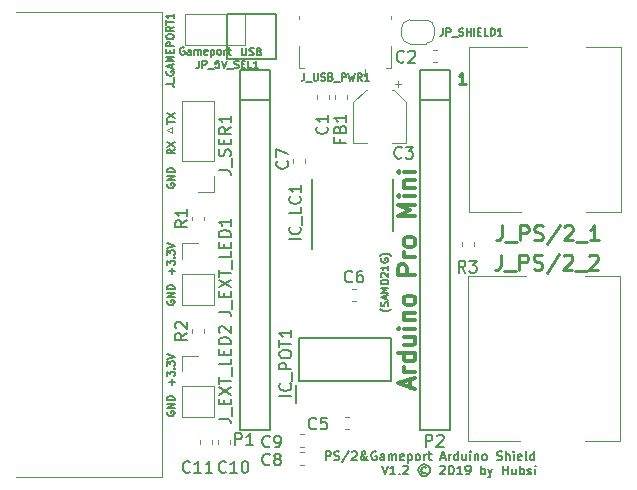
<source format=gbr>
G04 #@! TF.GenerationSoftware,KiCad,Pcbnew,5.1.4*
G04 #@! TF.CreationDate,2019-09-04T15:58:37+02:00*
G04 #@! TF.ProjectId,usb-to-ps2-gameport-hat-arduino-pro-mini,7573622d-746f-42d7-9073-322d67616d65,1.2*
G04 #@! TF.SameCoordinates,Original*
G04 #@! TF.FileFunction,Legend,Top*
G04 #@! TF.FilePolarity,Positive*
%FSLAX46Y46*%
G04 Gerber Fmt 4.6, Leading zero omitted, Abs format (unit mm)*
G04 Created by KiCad (PCBNEW 5.1.4) date 2019-09-04 15:58:37*
%MOMM*%
%LPD*%
G04 APERTURE LIST*
%ADD10C,0.150000*%
%ADD11C,0.157500*%
%ADD12C,0.350000*%
%ADD13C,0.250000*%
%ADD14C,0.120000*%
%ADD15C,0.100000*%
%ADD16C,0.200000*%
%ADD17C,0.254000*%
G04 APERTURE END LIST*
D10*
X150581500Y-77599500D02*
X150521500Y-77569500D01*
X150431500Y-77569500D01*
X150341500Y-77599500D01*
X150281500Y-77659500D01*
X150251500Y-77719500D01*
X150221500Y-77839500D01*
X150221500Y-77929500D01*
X150251500Y-78049500D01*
X150281500Y-78109500D01*
X150341500Y-78169500D01*
X150431500Y-78199500D01*
X150491500Y-78199500D01*
X150581500Y-78169500D01*
X150611500Y-78139500D01*
X150611500Y-77929500D01*
X150491500Y-77929500D01*
X151151500Y-78199500D02*
X151151500Y-77869500D01*
X151121500Y-77809500D01*
X151061500Y-77779500D01*
X150941500Y-77779500D01*
X150881500Y-77809500D01*
X151151500Y-78169500D02*
X151091500Y-78199500D01*
X150941500Y-78199500D01*
X150881500Y-78169500D01*
X150851500Y-78109500D01*
X150851500Y-78049500D01*
X150881500Y-77989500D01*
X150941500Y-77959500D01*
X151091500Y-77959500D01*
X151151500Y-77929500D01*
X151451500Y-78199500D02*
X151451500Y-77779500D01*
X151451500Y-77839500D02*
X151481500Y-77809500D01*
X151541500Y-77779500D01*
X151631500Y-77779500D01*
X151691500Y-77809500D01*
X151721500Y-77869500D01*
X151721500Y-78199500D01*
X151721500Y-77869500D02*
X151751500Y-77809500D01*
X151811500Y-77779500D01*
X151901500Y-77779500D01*
X151961500Y-77809500D01*
X151991500Y-77869500D01*
X151991500Y-78199500D01*
X152531500Y-78169500D02*
X152471500Y-78199500D01*
X152351500Y-78199500D01*
X152291500Y-78169500D01*
X152261500Y-78109500D01*
X152261500Y-77869500D01*
X152291500Y-77809500D01*
X152351500Y-77779500D01*
X152471500Y-77779500D01*
X152531500Y-77809500D01*
X152561500Y-77869500D01*
X152561500Y-77929500D01*
X152261500Y-77989500D01*
X152831500Y-77779500D02*
X152831500Y-78409500D01*
X152831500Y-77809500D02*
X152891500Y-77779500D01*
X153011500Y-77779500D01*
X153071500Y-77809500D01*
X153101500Y-77839500D01*
X153131500Y-77899500D01*
X153131500Y-78079500D01*
X153101500Y-78139500D01*
X153071500Y-78169500D01*
X153011500Y-78199500D01*
X152891500Y-78199500D01*
X152831500Y-78169500D01*
X153491500Y-78199500D02*
X153431500Y-78169500D01*
X153401500Y-78139500D01*
X153371500Y-78079500D01*
X153371500Y-77899500D01*
X153401500Y-77839500D01*
X153431500Y-77809500D01*
X153491500Y-77779500D01*
X153581500Y-77779500D01*
X153641500Y-77809500D01*
X153671500Y-77839500D01*
X153701500Y-77899500D01*
X153701500Y-78079500D01*
X153671500Y-78139500D01*
X153641500Y-78169500D01*
X153581500Y-78199500D01*
X153491500Y-78199500D01*
X153971500Y-78199500D02*
X153971500Y-77779500D01*
X153971500Y-77899500D02*
X154001500Y-77839500D01*
X154031500Y-77809500D01*
X154091500Y-77779500D01*
X154151500Y-77779500D01*
X154271500Y-77779500D02*
X154511500Y-77779500D01*
X154361500Y-77569500D02*
X154361500Y-78109500D01*
X154391500Y-78169500D01*
X154451500Y-78199500D01*
X154511500Y-78199500D01*
X154238000Y-74739500D02*
X158365500Y-74739500D01*
D11*
X168101500Y-99722500D02*
X168071500Y-99752500D01*
X167981500Y-99812500D01*
X167921500Y-99842500D01*
X167831500Y-99872500D01*
X167681500Y-99902500D01*
X167561500Y-99902500D01*
X167411500Y-99872500D01*
X167321500Y-99842500D01*
X167261500Y-99812500D01*
X167171500Y-99752500D01*
X167141500Y-99722500D01*
X167831500Y-99512500D02*
X167861500Y-99422500D01*
X167861500Y-99272500D01*
X167831500Y-99212500D01*
X167801500Y-99182500D01*
X167741500Y-99152500D01*
X167681500Y-99152500D01*
X167621500Y-99182500D01*
X167591500Y-99212500D01*
X167561500Y-99272500D01*
X167531500Y-99392500D01*
X167501500Y-99452500D01*
X167471500Y-99482500D01*
X167411500Y-99512500D01*
X167351500Y-99512500D01*
X167291500Y-99482500D01*
X167261500Y-99452500D01*
X167231500Y-99392500D01*
X167231500Y-99242500D01*
X167261500Y-99152500D01*
X167681500Y-98912500D02*
X167681500Y-98612500D01*
X167861500Y-98972500D02*
X167231500Y-98762500D01*
X167861500Y-98552500D01*
X167861500Y-98342500D02*
X167231500Y-98342500D01*
X167681500Y-98132500D01*
X167231500Y-97922500D01*
X167861500Y-97922500D01*
X167861500Y-97622500D02*
X167231500Y-97622500D01*
X167231500Y-97472500D01*
X167261500Y-97382500D01*
X167321500Y-97322500D01*
X167381500Y-97292500D01*
X167501500Y-97262500D01*
X167591500Y-97262500D01*
X167711500Y-97292500D01*
X167771500Y-97322500D01*
X167831500Y-97382500D01*
X167861500Y-97472500D01*
X167861500Y-97622500D01*
X167291500Y-97022500D02*
X167261500Y-96992500D01*
X167231500Y-96932500D01*
X167231500Y-96782500D01*
X167261500Y-96722500D01*
X167291500Y-96692500D01*
X167351500Y-96662500D01*
X167411500Y-96662500D01*
X167501500Y-96692500D01*
X167861500Y-97052500D01*
X167861500Y-96662500D01*
X167861500Y-96062500D02*
X167861500Y-96422500D01*
X167861500Y-96242500D02*
X167231500Y-96242500D01*
X167321500Y-96302500D01*
X167381500Y-96362500D01*
X167411500Y-96422500D01*
X167261500Y-95462500D02*
X167231500Y-95522500D01*
X167231500Y-95612500D01*
X167261500Y-95702500D01*
X167321500Y-95762500D01*
X167381500Y-95792500D01*
X167501500Y-95822500D01*
X167591500Y-95822500D01*
X167711500Y-95792500D01*
X167771500Y-95762500D01*
X167831500Y-95702500D01*
X167861500Y-95612500D01*
X167861500Y-95552500D01*
X167831500Y-95462500D01*
X167801500Y-95432500D01*
X167591500Y-95432500D01*
X167591500Y-95552500D01*
X168101500Y-95222500D02*
X168071500Y-95192500D01*
X167981500Y-95132500D01*
X167921500Y-95102500D01*
X167831500Y-95072500D01*
X167681500Y-95042500D01*
X167561500Y-95042500D01*
X167411500Y-95072500D01*
X167321500Y-95102500D01*
X167261500Y-95132500D01*
X167171500Y-95192500D01*
X167141500Y-95222500D01*
D12*
X169731500Y-106397071D02*
X169731500Y-105682785D01*
X170160071Y-106539928D02*
X168660071Y-106039928D01*
X170160071Y-105539928D01*
X170160071Y-105039928D02*
X169160071Y-105039928D01*
X169445785Y-105039928D02*
X169302928Y-104968500D01*
X169231500Y-104897071D01*
X169160071Y-104754214D01*
X169160071Y-104611357D01*
X170160071Y-103468500D02*
X168660071Y-103468500D01*
X170088642Y-103468500D02*
X170160071Y-103611357D01*
X170160071Y-103897071D01*
X170088642Y-104039928D01*
X170017214Y-104111357D01*
X169874357Y-104182785D01*
X169445785Y-104182785D01*
X169302928Y-104111357D01*
X169231500Y-104039928D01*
X169160071Y-103897071D01*
X169160071Y-103611357D01*
X169231500Y-103468500D01*
X169160071Y-102111357D02*
X170160071Y-102111357D01*
X169160071Y-102754214D02*
X169945785Y-102754214D01*
X170088642Y-102682785D01*
X170160071Y-102539928D01*
X170160071Y-102325642D01*
X170088642Y-102182785D01*
X170017214Y-102111357D01*
X170160071Y-101397071D02*
X169160071Y-101397071D01*
X168660071Y-101397071D02*
X168731500Y-101468500D01*
X168802928Y-101397071D01*
X168731500Y-101325642D01*
X168660071Y-101397071D01*
X168802928Y-101397071D01*
X169160071Y-100682785D02*
X170160071Y-100682785D01*
X169302928Y-100682785D02*
X169231500Y-100611357D01*
X169160071Y-100468500D01*
X169160071Y-100254214D01*
X169231500Y-100111357D01*
X169374357Y-100039928D01*
X170160071Y-100039928D01*
X170160071Y-99111357D02*
X170088642Y-99254214D01*
X170017214Y-99325642D01*
X169874357Y-99397071D01*
X169445785Y-99397071D01*
X169302928Y-99325642D01*
X169231500Y-99254214D01*
X169160071Y-99111357D01*
X169160071Y-98897071D01*
X169231500Y-98754214D01*
X169302928Y-98682785D01*
X169445785Y-98611357D01*
X169874357Y-98611357D01*
X170017214Y-98682785D01*
X170088642Y-98754214D01*
X170160071Y-98897071D01*
X170160071Y-99111357D01*
X170160071Y-96825642D02*
X168660071Y-96825642D01*
X168660071Y-96254214D01*
X168731500Y-96111357D01*
X168802928Y-96039928D01*
X168945785Y-95968500D01*
X169160071Y-95968500D01*
X169302928Y-96039928D01*
X169374357Y-96111357D01*
X169445785Y-96254214D01*
X169445785Y-96825642D01*
X170160071Y-95325642D02*
X169160071Y-95325642D01*
X169445785Y-95325642D02*
X169302928Y-95254214D01*
X169231500Y-95182785D01*
X169160071Y-95039928D01*
X169160071Y-94897071D01*
X170160071Y-94182785D02*
X170088642Y-94325642D01*
X170017214Y-94397071D01*
X169874357Y-94468500D01*
X169445785Y-94468500D01*
X169302928Y-94397071D01*
X169231500Y-94325642D01*
X169160071Y-94182785D01*
X169160071Y-93968500D01*
X169231500Y-93825642D01*
X169302928Y-93754214D01*
X169445785Y-93682785D01*
X169874357Y-93682785D01*
X170017214Y-93754214D01*
X170088642Y-93825642D01*
X170160071Y-93968500D01*
X170160071Y-94182785D01*
X170160071Y-91897071D02*
X168660071Y-91897071D01*
X169731500Y-91397071D01*
X168660071Y-90897071D01*
X170160071Y-90897071D01*
X170160071Y-90182785D02*
X169160071Y-90182785D01*
X168660071Y-90182785D02*
X168731500Y-90254214D01*
X168802928Y-90182785D01*
X168731500Y-90111357D01*
X168660071Y-90182785D01*
X168802928Y-90182785D01*
X169160071Y-89468500D02*
X170160071Y-89468500D01*
X169302928Y-89468500D02*
X169231500Y-89397071D01*
X169160071Y-89254214D01*
X169160071Y-89039928D01*
X169231500Y-88897071D01*
X169374357Y-88825642D01*
X170160071Y-88825642D01*
X170160071Y-88111357D02*
X169160071Y-88111357D01*
X168660071Y-88111357D02*
X168731500Y-88182785D01*
X168802928Y-88111357D01*
X168731500Y-88039928D01*
X168660071Y-88111357D01*
X168802928Y-88111357D01*
D10*
X167327285Y-113000285D02*
X167577285Y-113750285D01*
X167827285Y-113000285D01*
X168470142Y-113750285D02*
X168041571Y-113750285D01*
X168255857Y-113750285D02*
X168255857Y-113000285D01*
X168184428Y-113107428D01*
X168113000Y-113178857D01*
X168041571Y-113214571D01*
X168791571Y-113678857D02*
X168827285Y-113714571D01*
X168791571Y-113750285D01*
X168755857Y-113714571D01*
X168791571Y-113678857D01*
X168791571Y-113750285D01*
X169113000Y-113071714D02*
X169148714Y-113036000D01*
X169220142Y-113000285D01*
X169398714Y-113000285D01*
X169470142Y-113036000D01*
X169505857Y-113071714D01*
X169541571Y-113143142D01*
X169541571Y-113214571D01*
X169505857Y-113321714D01*
X169077285Y-113750285D01*
X169541571Y-113750285D01*
X171041571Y-113178857D02*
X170970142Y-113143142D01*
X170827285Y-113143142D01*
X170755857Y-113178857D01*
X170684428Y-113250285D01*
X170648714Y-113321714D01*
X170648714Y-113464571D01*
X170684428Y-113536000D01*
X170755857Y-113607428D01*
X170827285Y-113643142D01*
X170970142Y-113643142D01*
X171041571Y-113607428D01*
X170898714Y-112893142D02*
X170720142Y-112928857D01*
X170541571Y-113036000D01*
X170434428Y-113214571D01*
X170398714Y-113393142D01*
X170434428Y-113571714D01*
X170541571Y-113750285D01*
X170720142Y-113857428D01*
X170898714Y-113893142D01*
X171077285Y-113857428D01*
X171255857Y-113750285D01*
X171363000Y-113571714D01*
X171398714Y-113393142D01*
X171363000Y-113214571D01*
X171255857Y-113036000D01*
X171077285Y-112928857D01*
X170898714Y-112893142D01*
X172255857Y-113071714D02*
X172291571Y-113036000D01*
X172363000Y-113000285D01*
X172541571Y-113000285D01*
X172613000Y-113036000D01*
X172648714Y-113071714D01*
X172684428Y-113143142D01*
X172684428Y-113214571D01*
X172648714Y-113321714D01*
X172220142Y-113750285D01*
X172684428Y-113750285D01*
X173148714Y-113000285D02*
X173220142Y-113000285D01*
X173291571Y-113036000D01*
X173327285Y-113071714D01*
X173363000Y-113143142D01*
X173398714Y-113286000D01*
X173398714Y-113464571D01*
X173363000Y-113607428D01*
X173327285Y-113678857D01*
X173291571Y-113714571D01*
X173220142Y-113750285D01*
X173148714Y-113750285D01*
X173077285Y-113714571D01*
X173041571Y-113678857D01*
X173005857Y-113607428D01*
X172970142Y-113464571D01*
X172970142Y-113286000D01*
X173005857Y-113143142D01*
X173041571Y-113071714D01*
X173077285Y-113036000D01*
X173148714Y-113000285D01*
X174113000Y-113750285D02*
X173684428Y-113750285D01*
X173898714Y-113750285D02*
X173898714Y-113000285D01*
X173827285Y-113107428D01*
X173755857Y-113178857D01*
X173684428Y-113214571D01*
X174470142Y-113750285D02*
X174613000Y-113750285D01*
X174684428Y-113714571D01*
X174720142Y-113678857D01*
X174791571Y-113571714D01*
X174827285Y-113428857D01*
X174827285Y-113143142D01*
X174791571Y-113071714D01*
X174755857Y-113036000D01*
X174684428Y-113000285D01*
X174541571Y-113000285D01*
X174470142Y-113036000D01*
X174434428Y-113071714D01*
X174398714Y-113143142D01*
X174398714Y-113321714D01*
X174434428Y-113393142D01*
X174470142Y-113428857D01*
X174541571Y-113464571D01*
X174684428Y-113464571D01*
X174755857Y-113428857D01*
X174791571Y-113393142D01*
X174827285Y-113321714D01*
X175720142Y-113750285D02*
X175720142Y-113000285D01*
X175720142Y-113286000D02*
X175791571Y-113250285D01*
X175934428Y-113250285D01*
X176005857Y-113286000D01*
X176041571Y-113321714D01*
X176077285Y-113393142D01*
X176077285Y-113607428D01*
X176041571Y-113678857D01*
X176005857Y-113714571D01*
X175934428Y-113750285D01*
X175791571Y-113750285D01*
X175720142Y-113714571D01*
X176327285Y-113250285D02*
X176505857Y-113750285D01*
X176684428Y-113250285D02*
X176505857Y-113750285D01*
X176434428Y-113928857D01*
X176398714Y-113964571D01*
X176327285Y-114000285D01*
X177541571Y-113750285D02*
X177541571Y-113000285D01*
X177541571Y-113357428D02*
X177970142Y-113357428D01*
X177970142Y-113750285D02*
X177970142Y-113000285D01*
X178648714Y-113250285D02*
X178648714Y-113750285D01*
X178327285Y-113250285D02*
X178327285Y-113643142D01*
X178363000Y-113714571D01*
X178434428Y-113750285D01*
X178541571Y-113750285D01*
X178613000Y-113714571D01*
X178648714Y-113678857D01*
X179005857Y-113750285D02*
X179005857Y-113000285D01*
X179005857Y-113286000D02*
X179077285Y-113250285D01*
X179220142Y-113250285D01*
X179291571Y-113286000D01*
X179327285Y-113321714D01*
X179363000Y-113393142D01*
X179363000Y-113607428D01*
X179327285Y-113678857D01*
X179291571Y-113714571D01*
X179220142Y-113750285D01*
X179077285Y-113750285D01*
X179005857Y-113714571D01*
X179648714Y-113714571D02*
X179720142Y-113750285D01*
X179863000Y-113750285D01*
X179934428Y-113714571D01*
X179970142Y-113643142D01*
X179970142Y-113607428D01*
X179934428Y-113536000D01*
X179863000Y-113500285D01*
X179755857Y-113500285D01*
X179684428Y-113464571D01*
X179648714Y-113393142D01*
X179648714Y-113357428D01*
X179684428Y-113286000D01*
X179755857Y-113250285D01*
X179863000Y-113250285D01*
X179934428Y-113286000D01*
X180291571Y-113750285D02*
X180291571Y-113250285D01*
X180291571Y-113000285D02*
X180255857Y-113036000D01*
X180291571Y-113071714D01*
X180327285Y-113036000D01*
X180291571Y-113000285D01*
X180291571Y-113071714D01*
X162565071Y-112543785D02*
X162565071Y-111793785D01*
X162850785Y-111793785D01*
X162922214Y-111829500D01*
X162957928Y-111865214D01*
X162993642Y-111936642D01*
X162993642Y-112043785D01*
X162957928Y-112115214D01*
X162922214Y-112150928D01*
X162850785Y-112186642D01*
X162565071Y-112186642D01*
X163279357Y-112508071D02*
X163386500Y-112543785D01*
X163565071Y-112543785D01*
X163636500Y-112508071D01*
X163672214Y-112472357D01*
X163707928Y-112400928D01*
X163707928Y-112329500D01*
X163672214Y-112258071D01*
X163636500Y-112222357D01*
X163565071Y-112186642D01*
X163422214Y-112150928D01*
X163350785Y-112115214D01*
X163315071Y-112079500D01*
X163279357Y-112008071D01*
X163279357Y-111936642D01*
X163315071Y-111865214D01*
X163350785Y-111829500D01*
X163422214Y-111793785D01*
X163600785Y-111793785D01*
X163707928Y-111829500D01*
X164565071Y-111758071D02*
X163922214Y-112722357D01*
X164779357Y-111865214D02*
X164815071Y-111829500D01*
X164886500Y-111793785D01*
X165065071Y-111793785D01*
X165136500Y-111829500D01*
X165172214Y-111865214D01*
X165207928Y-111936642D01*
X165207928Y-112008071D01*
X165172214Y-112115214D01*
X164743642Y-112543785D01*
X165207928Y-112543785D01*
X166136500Y-112543785D02*
X166100785Y-112543785D01*
X166029357Y-112508071D01*
X165922214Y-112400928D01*
X165743642Y-112186642D01*
X165672214Y-112079500D01*
X165636500Y-111972357D01*
X165636500Y-111900928D01*
X165672214Y-111829500D01*
X165743642Y-111793785D01*
X165779357Y-111793785D01*
X165850785Y-111829500D01*
X165886500Y-111900928D01*
X165886500Y-111936642D01*
X165850785Y-112008071D01*
X165815071Y-112043785D01*
X165600785Y-112186642D01*
X165565071Y-112222357D01*
X165529357Y-112293785D01*
X165529357Y-112400928D01*
X165565071Y-112472357D01*
X165600785Y-112508071D01*
X165672214Y-112543785D01*
X165779357Y-112543785D01*
X165850785Y-112508071D01*
X165886500Y-112472357D01*
X165993642Y-112329500D01*
X166029357Y-112222357D01*
X166029357Y-112150928D01*
X166850785Y-111829500D02*
X166779357Y-111793785D01*
X166672214Y-111793785D01*
X166565071Y-111829500D01*
X166493642Y-111900928D01*
X166457928Y-111972357D01*
X166422214Y-112115214D01*
X166422214Y-112222357D01*
X166457928Y-112365214D01*
X166493642Y-112436642D01*
X166565071Y-112508071D01*
X166672214Y-112543785D01*
X166743642Y-112543785D01*
X166850785Y-112508071D01*
X166886500Y-112472357D01*
X166886500Y-112222357D01*
X166743642Y-112222357D01*
X167529357Y-112543785D02*
X167529357Y-112150928D01*
X167493642Y-112079500D01*
X167422214Y-112043785D01*
X167279357Y-112043785D01*
X167207928Y-112079500D01*
X167529357Y-112508071D02*
X167457928Y-112543785D01*
X167279357Y-112543785D01*
X167207928Y-112508071D01*
X167172214Y-112436642D01*
X167172214Y-112365214D01*
X167207928Y-112293785D01*
X167279357Y-112258071D01*
X167457928Y-112258071D01*
X167529357Y-112222357D01*
X167886500Y-112543785D02*
X167886500Y-112043785D01*
X167886500Y-112115214D02*
X167922214Y-112079500D01*
X167993642Y-112043785D01*
X168100785Y-112043785D01*
X168172214Y-112079500D01*
X168207928Y-112150928D01*
X168207928Y-112543785D01*
X168207928Y-112150928D02*
X168243642Y-112079500D01*
X168315071Y-112043785D01*
X168422214Y-112043785D01*
X168493642Y-112079500D01*
X168529357Y-112150928D01*
X168529357Y-112543785D01*
X169172214Y-112508071D02*
X169100785Y-112543785D01*
X168957928Y-112543785D01*
X168886500Y-112508071D01*
X168850785Y-112436642D01*
X168850785Y-112150928D01*
X168886500Y-112079500D01*
X168957928Y-112043785D01*
X169100785Y-112043785D01*
X169172214Y-112079500D01*
X169207928Y-112150928D01*
X169207928Y-112222357D01*
X168850785Y-112293785D01*
X169529357Y-112043785D02*
X169529357Y-112793785D01*
X169529357Y-112079500D02*
X169600785Y-112043785D01*
X169743642Y-112043785D01*
X169815071Y-112079500D01*
X169850785Y-112115214D01*
X169886500Y-112186642D01*
X169886500Y-112400928D01*
X169850785Y-112472357D01*
X169815071Y-112508071D01*
X169743642Y-112543785D01*
X169600785Y-112543785D01*
X169529357Y-112508071D01*
X170315071Y-112543785D02*
X170243642Y-112508071D01*
X170207928Y-112472357D01*
X170172214Y-112400928D01*
X170172214Y-112186642D01*
X170207928Y-112115214D01*
X170243642Y-112079500D01*
X170315071Y-112043785D01*
X170422214Y-112043785D01*
X170493642Y-112079500D01*
X170529357Y-112115214D01*
X170565071Y-112186642D01*
X170565071Y-112400928D01*
X170529357Y-112472357D01*
X170493642Y-112508071D01*
X170422214Y-112543785D01*
X170315071Y-112543785D01*
X170886500Y-112543785D02*
X170886500Y-112043785D01*
X170886500Y-112186642D02*
X170922214Y-112115214D01*
X170957928Y-112079500D01*
X171029357Y-112043785D01*
X171100785Y-112043785D01*
X171243642Y-112043785D02*
X171529357Y-112043785D01*
X171350785Y-111793785D02*
X171350785Y-112436642D01*
X171386500Y-112508071D01*
X171457928Y-112543785D01*
X171529357Y-112543785D01*
X172315071Y-112329500D02*
X172672214Y-112329500D01*
X172243642Y-112543785D02*
X172493642Y-111793785D01*
X172743642Y-112543785D01*
X172993642Y-112543785D02*
X172993642Y-112043785D01*
X172993642Y-112186642D02*
X173029357Y-112115214D01*
X173065071Y-112079500D01*
X173136500Y-112043785D01*
X173207928Y-112043785D01*
X173779357Y-112543785D02*
X173779357Y-111793785D01*
X173779357Y-112508071D02*
X173707928Y-112543785D01*
X173565071Y-112543785D01*
X173493642Y-112508071D01*
X173457928Y-112472357D01*
X173422214Y-112400928D01*
X173422214Y-112186642D01*
X173457928Y-112115214D01*
X173493642Y-112079500D01*
X173565071Y-112043785D01*
X173707928Y-112043785D01*
X173779357Y-112079500D01*
X174457928Y-112043785D02*
X174457928Y-112543785D01*
X174136500Y-112043785D02*
X174136500Y-112436642D01*
X174172214Y-112508071D01*
X174243642Y-112543785D01*
X174350785Y-112543785D01*
X174422214Y-112508071D01*
X174457928Y-112472357D01*
X174815071Y-112543785D02*
X174815071Y-112043785D01*
X174815071Y-111793785D02*
X174779357Y-111829500D01*
X174815071Y-111865214D01*
X174850785Y-111829500D01*
X174815071Y-111793785D01*
X174815071Y-111865214D01*
X175172214Y-112043785D02*
X175172214Y-112543785D01*
X175172214Y-112115214D02*
X175207928Y-112079500D01*
X175279357Y-112043785D01*
X175386500Y-112043785D01*
X175457928Y-112079500D01*
X175493642Y-112150928D01*
X175493642Y-112543785D01*
X175957928Y-112543785D02*
X175886500Y-112508071D01*
X175850785Y-112472357D01*
X175815071Y-112400928D01*
X175815071Y-112186642D01*
X175850785Y-112115214D01*
X175886500Y-112079500D01*
X175957928Y-112043785D01*
X176065071Y-112043785D01*
X176136500Y-112079500D01*
X176172214Y-112115214D01*
X176207928Y-112186642D01*
X176207928Y-112400928D01*
X176172214Y-112472357D01*
X176136500Y-112508071D01*
X176065071Y-112543785D01*
X175957928Y-112543785D01*
X177065071Y-112508071D02*
X177172214Y-112543785D01*
X177350785Y-112543785D01*
X177422214Y-112508071D01*
X177457928Y-112472357D01*
X177493642Y-112400928D01*
X177493642Y-112329500D01*
X177457928Y-112258071D01*
X177422214Y-112222357D01*
X177350785Y-112186642D01*
X177207928Y-112150928D01*
X177136500Y-112115214D01*
X177100785Y-112079500D01*
X177065071Y-112008071D01*
X177065071Y-111936642D01*
X177100785Y-111865214D01*
X177136500Y-111829500D01*
X177207928Y-111793785D01*
X177386500Y-111793785D01*
X177493642Y-111829500D01*
X177815071Y-112543785D02*
X177815071Y-111793785D01*
X178136500Y-112543785D02*
X178136500Y-112150928D01*
X178100785Y-112079500D01*
X178029357Y-112043785D01*
X177922214Y-112043785D01*
X177850785Y-112079500D01*
X177815071Y-112115214D01*
X178493642Y-112543785D02*
X178493642Y-112043785D01*
X178493642Y-111793785D02*
X178457928Y-111829500D01*
X178493642Y-111865214D01*
X178529357Y-111829500D01*
X178493642Y-111793785D01*
X178493642Y-111865214D01*
X179136500Y-112508071D02*
X179065071Y-112543785D01*
X178922214Y-112543785D01*
X178850785Y-112508071D01*
X178815071Y-112436642D01*
X178815071Y-112150928D01*
X178850785Y-112079500D01*
X178922214Y-112043785D01*
X179065071Y-112043785D01*
X179136500Y-112079500D01*
X179172214Y-112150928D01*
X179172214Y-112222357D01*
X178815071Y-112293785D01*
X179600785Y-112543785D02*
X179529357Y-112508071D01*
X179493642Y-112436642D01*
X179493642Y-111793785D01*
X180207928Y-112543785D02*
X180207928Y-111793785D01*
X180207928Y-112508071D02*
X180136500Y-112543785D01*
X179993642Y-112543785D01*
X179922214Y-112508071D01*
X179886500Y-112472357D01*
X179850785Y-112400928D01*
X179850785Y-112186642D01*
X179886500Y-112115214D01*
X179922214Y-112079500D01*
X179993642Y-112043785D01*
X180136500Y-112043785D01*
X180207928Y-112079500D01*
X149524000Y-106162000D02*
X149524000Y-105682000D01*
X149764000Y-105922000D02*
X149284000Y-105922000D01*
X149134000Y-105442000D02*
X149134000Y-105052000D01*
X149374000Y-105262000D01*
X149374000Y-105172000D01*
X149404000Y-105112000D01*
X149434000Y-105082000D01*
X149494000Y-105052000D01*
X149644000Y-105052000D01*
X149704000Y-105082000D01*
X149734000Y-105112000D01*
X149764000Y-105172000D01*
X149764000Y-105352000D01*
X149734000Y-105412000D01*
X149704000Y-105442000D01*
X149704000Y-104782000D02*
X149734000Y-104752000D01*
X149764000Y-104782000D01*
X149734000Y-104812000D01*
X149704000Y-104782000D01*
X149764000Y-104782000D01*
X149134000Y-104542000D02*
X149134000Y-104152000D01*
X149374000Y-104362000D01*
X149374000Y-104272000D01*
X149404000Y-104212000D01*
X149434000Y-104182000D01*
X149494000Y-104152000D01*
X149644000Y-104152000D01*
X149704000Y-104182000D01*
X149734000Y-104212000D01*
X149764000Y-104272000D01*
X149764000Y-104452000D01*
X149734000Y-104512000D01*
X149704000Y-104542000D01*
X149134000Y-103972000D02*
X149764000Y-103762000D01*
X149134000Y-103552000D01*
X149524000Y-96764000D02*
X149524000Y-96284000D01*
X149764000Y-96524000D02*
X149284000Y-96524000D01*
X149134000Y-96044000D02*
X149134000Y-95654000D01*
X149374000Y-95864000D01*
X149374000Y-95774000D01*
X149404000Y-95714000D01*
X149434000Y-95684000D01*
X149494000Y-95654000D01*
X149644000Y-95654000D01*
X149704000Y-95684000D01*
X149734000Y-95714000D01*
X149764000Y-95774000D01*
X149764000Y-95954000D01*
X149734000Y-96014000D01*
X149704000Y-96044000D01*
X149704000Y-95384000D02*
X149734000Y-95354000D01*
X149764000Y-95384000D01*
X149734000Y-95414000D01*
X149704000Y-95384000D01*
X149764000Y-95384000D01*
X149134000Y-95144000D02*
X149134000Y-94754000D01*
X149374000Y-94964000D01*
X149374000Y-94874000D01*
X149404000Y-94814000D01*
X149434000Y-94784000D01*
X149494000Y-94754000D01*
X149644000Y-94754000D01*
X149704000Y-94784000D01*
X149734000Y-94814000D01*
X149764000Y-94874000D01*
X149764000Y-95054000D01*
X149734000Y-95114000D01*
X149704000Y-95144000D01*
X149134000Y-94574000D02*
X149764000Y-94364000D01*
X149134000Y-94154000D01*
X158369000Y-78549500D02*
X158365500Y-74739500D01*
X154241500Y-78613000D02*
X154241500Y-74739500D01*
X155478500Y-77633000D02*
X155478500Y-78143000D01*
X155508500Y-78203000D01*
X155538500Y-78233000D01*
X155598500Y-78263000D01*
X155718500Y-78263000D01*
X155778500Y-78233000D01*
X155808500Y-78203000D01*
X155838500Y-78143000D01*
X155838500Y-77633000D01*
X156108500Y-78233000D02*
X156198500Y-78263000D01*
X156348500Y-78263000D01*
X156408500Y-78233000D01*
X156438500Y-78203000D01*
X156468500Y-78143000D01*
X156468500Y-78083000D01*
X156438500Y-78023000D01*
X156408500Y-77993000D01*
X156348500Y-77963000D01*
X156228500Y-77933000D01*
X156168500Y-77903000D01*
X156138500Y-77873000D01*
X156108500Y-77813000D01*
X156108500Y-77753000D01*
X156138500Y-77693000D01*
X156168500Y-77663000D01*
X156228500Y-77633000D01*
X156378500Y-77633000D01*
X156468500Y-77663000D01*
X156948500Y-77933000D02*
X157038500Y-77963000D01*
X157068500Y-77993000D01*
X157098500Y-78053000D01*
X157098500Y-78143000D01*
X157068500Y-78203000D01*
X157038500Y-78233000D01*
X156978500Y-78263000D01*
X156738500Y-78263000D01*
X156738500Y-77633000D01*
X156948500Y-77633000D01*
X157008500Y-77663000D01*
X157038500Y-77693000D01*
X157068500Y-77753000D01*
X157068500Y-77813000D01*
X157038500Y-77873000D01*
X157008500Y-77903000D01*
X156948500Y-77933000D01*
X156738500Y-77933000D01*
X154241500Y-78549500D02*
X158369000Y-78549500D01*
X149134000Y-84046000D02*
X149134000Y-83686000D01*
X149764000Y-83866000D02*
X149134000Y-83866000D01*
X149134000Y-83536000D02*
X149764000Y-83116000D01*
X149134000Y-83116000D02*
X149764000Y-83536000D01*
X149764000Y-86211000D02*
X149464000Y-86421000D01*
X149764000Y-86571000D02*
X149134000Y-86571000D01*
X149134000Y-86331000D01*
X149164000Y-86271000D01*
X149194000Y-86241000D01*
X149254000Y-86211000D01*
X149344000Y-86211000D01*
X149404000Y-86241000D01*
X149434000Y-86271000D01*
X149464000Y-86331000D01*
X149464000Y-86571000D01*
X149134000Y-86001000D02*
X149764000Y-85581000D01*
X149134000Y-85581000D02*
X149764000Y-86001000D01*
X149164000Y-108430000D02*
X149134000Y-108490000D01*
X149134000Y-108580000D01*
X149164000Y-108670000D01*
X149224000Y-108730000D01*
X149284000Y-108760000D01*
X149404000Y-108790000D01*
X149494000Y-108790000D01*
X149614000Y-108760000D01*
X149674000Y-108730000D01*
X149734000Y-108670000D01*
X149764000Y-108580000D01*
X149764000Y-108520000D01*
X149734000Y-108430000D01*
X149704000Y-108400000D01*
X149494000Y-108400000D01*
X149494000Y-108520000D01*
X149764000Y-108130000D02*
X149134000Y-108130000D01*
X149764000Y-107770000D01*
X149134000Y-107770000D01*
X149764000Y-107470000D02*
X149134000Y-107470000D01*
X149134000Y-107320000D01*
X149164000Y-107230000D01*
X149224000Y-107170000D01*
X149284000Y-107140000D01*
X149404000Y-107110000D01*
X149494000Y-107110000D01*
X149614000Y-107140000D01*
X149674000Y-107170000D01*
X149734000Y-107230000D01*
X149764000Y-107320000D01*
X149764000Y-107470000D01*
X149164000Y-99032000D02*
X149134000Y-99092000D01*
X149134000Y-99182000D01*
X149164000Y-99272000D01*
X149224000Y-99332000D01*
X149284000Y-99362000D01*
X149404000Y-99392000D01*
X149494000Y-99392000D01*
X149614000Y-99362000D01*
X149674000Y-99332000D01*
X149734000Y-99272000D01*
X149764000Y-99182000D01*
X149764000Y-99122000D01*
X149734000Y-99032000D01*
X149704000Y-99002000D01*
X149494000Y-99002000D01*
X149494000Y-99122000D01*
X149764000Y-98732000D02*
X149134000Y-98732000D01*
X149764000Y-98372000D01*
X149134000Y-98372000D01*
X149764000Y-98072000D02*
X149134000Y-98072000D01*
X149134000Y-97922000D01*
X149164000Y-97832000D01*
X149224000Y-97772000D01*
X149284000Y-97742000D01*
X149404000Y-97712000D01*
X149494000Y-97712000D01*
X149614000Y-97742000D01*
X149674000Y-97772000D01*
X149734000Y-97832000D01*
X149764000Y-97922000D01*
X149764000Y-98072000D01*
X149164000Y-89126000D02*
X149134000Y-89186000D01*
X149134000Y-89276000D01*
X149164000Y-89366000D01*
X149224000Y-89426000D01*
X149284000Y-89456000D01*
X149404000Y-89486000D01*
X149494000Y-89486000D01*
X149614000Y-89456000D01*
X149674000Y-89426000D01*
X149734000Y-89366000D01*
X149764000Y-89276000D01*
X149764000Y-89216000D01*
X149734000Y-89126000D01*
X149704000Y-89096000D01*
X149494000Y-89096000D01*
X149494000Y-89216000D01*
X149764000Y-88826000D02*
X149134000Y-88826000D01*
X149764000Y-88466000D01*
X149134000Y-88466000D01*
X149764000Y-88166000D02*
X149134000Y-88166000D01*
X149134000Y-88016000D01*
X149164000Y-87926000D01*
X149224000Y-87866000D01*
X149284000Y-87836000D01*
X149404000Y-87806000D01*
X149494000Y-87806000D01*
X149614000Y-87836000D01*
X149674000Y-87866000D01*
X149734000Y-87926000D01*
X149764000Y-88016000D01*
X149764000Y-88166000D01*
D13*
X174402714Y-80716380D02*
X173831285Y-80716380D01*
X174117000Y-80716380D02*
X174117000Y-79716380D01*
X174021761Y-79859238D01*
X173926523Y-79954476D01*
X173831285Y-80002095D01*
D14*
X136332000Y-74617000D02*
X148672000Y-74617000D01*
X148672000Y-74617000D02*
X148672000Y-113937000D01*
X148672000Y-113937000D02*
X136332000Y-113937000D01*
X149566338Y-84332000D02*
X149566338Y-84832000D01*
X149566338Y-84832000D02*
X149133325Y-84582000D01*
X149133325Y-84582000D02*
X149566338Y-84332000D01*
X158365500Y-74743000D02*
X158365500Y-76073000D01*
X157035500Y-74743000D02*
X158365500Y-74743000D01*
X155765500Y-74743000D02*
X155765500Y-77403000D01*
X155765500Y-77403000D02*
X150625500Y-77403000D01*
X155765500Y-74743000D02*
X150625500Y-74743000D01*
X150625500Y-74743000D02*
X150625500Y-77403000D01*
D15*
X174670000Y-91548500D02*
X179070000Y-91548500D01*
X174670000Y-77548500D02*
X174670000Y-91548500D01*
X179570000Y-77548500D02*
X174670000Y-77548500D01*
X187570000Y-91548500D02*
X184570000Y-91548500D01*
X187570000Y-77548500D02*
X187570000Y-91548500D01*
X184570000Y-77548500D02*
X187570000Y-77548500D01*
X174606500Y-110916000D02*
X179006500Y-110916000D01*
X174606500Y-96916000D02*
X174606500Y-110916000D01*
X179506500Y-96916000D02*
X174606500Y-96916000D01*
X187506500Y-110916000D02*
X184506500Y-110916000D01*
X187506500Y-96916000D02*
X187506500Y-110916000D01*
X184506500Y-96916000D02*
X187506500Y-96916000D01*
D14*
X171993779Y-77785500D02*
X171668221Y-77785500D01*
X171993779Y-78805500D02*
X171668221Y-78805500D01*
X175135000Y-94396779D02*
X175135000Y-94071221D01*
X174115000Y-94396779D02*
X174115000Y-94071221D01*
X171070500Y-75263500D02*
G75*
G02X171770500Y-75963500I0J-700000D01*
G01*
X171770500Y-76563500D02*
G75*
G02X171070500Y-77263500I-700000J0D01*
G01*
X169670500Y-77263500D02*
G75*
G02X168970500Y-76563500I0J700000D01*
G01*
X168970500Y-75963500D02*
G75*
G02X169670500Y-75263500I700000J0D01*
G01*
X168970500Y-76563500D02*
X168970500Y-75963500D01*
X171070500Y-77263500D02*
X169670500Y-77263500D01*
X171770500Y-75963500D02*
X171770500Y-76563500D01*
X169670500Y-75263500D02*
X171070500Y-75263500D01*
X154434000Y-111160779D02*
X154434000Y-110835221D01*
X153414000Y-111160779D02*
X153414000Y-110835221D01*
X160690779Y-111885000D02*
X160365221Y-111885000D01*
X160690779Y-112905000D02*
X160365221Y-112905000D01*
X152910000Y-111160779D02*
X152910000Y-110835221D01*
X151890000Y-111160779D02*
X151890000Y-110835221D01*
X160690779Y-110361000D02*
X160365221Y-110361000D01*
X160690779Y-111381000D02*
X160365221Y-111381000D01*
D10*
X170561000Y-82042000D02*
X173101000Y-82042000D01*
X173101000Y-109982000D02*
X173101000Y-82042000D01*
X170561000Y-109982000D02*
X173101000Y-109982000D01*
X170561000Y-82042000D02*
X170561000Y-109982000D01*
X170561000Y-79502000D02*
X170561000Y-82042000D01*
X173101000Y-79502000D02*
X170561000Y-79502000D01*
X173101000Y-82042000D02*
X173101000Y-79502000D01*
D16*
X160061000Y-107688000D02*
X160061000Y-106213000D01*
X168111000Y-105863000D02*
X160311000Y-105863000D01*
X168111000Y-102163000D02*
X168111000Y-105863000D01*
X160311000Y-102163000D02*
X168111000Y-102163000D01*
X160311000Y-105863000D02*
X160311000Y-102163000D01*
D14*
X168111000Y-79296000D02*
X167661000Y-79296000D01*
X168111000Y-77446000D02*
X168111000Y-79296000D01*
X160311000Y-74896000D02*
X160311000Y-75146000D01*
X168111000Y-74896000D02*
X168111000Y-75146000D01*
X160311000Y-77446000D02*
X160311000Y-79296000D01*
X160311000Y-79296000D02*
X160761000Y-79296000D01*
X165911000Y-79846000D02*
X165461000Y-79846000D01*
X165911000Y-79846000D02*
X165911000Y-79396000D01*
X151255000Y-101437221D02*
X151255000Y-101762779D01*
X152275000Y-101437221D02*
X152275000Y-101762779D01*
X151255000Y-91912221D02*
X151255000Y-92237779D01*
X152275000Y-91912221D02*
X152275000Y-92237779D01*
X164403500Y-81950779D02*
X164403500Y-81625221D01*
X163383500Y-81950779D02*
X163383500Y-81625221D01*
X165135779Y-98042000D02*
X164810221Y-98042000D01*
X165135779Y-99062000D02*
X164810221Y-99062000D01*
X164526279Y-108900500D02*
X164200721Y-108900500D01*
X164526279Y-109920500D02*
X164200721Y-109920500D01*
X160847500Y-87348279D02*
X160847500Y-87022721D01*
X159827500Y-87348279D02*
X159827500Y-87022721D01*
X161859500Y-81625221D02*
X161859500Y-81950779D01*
X162879500Y-81625221D02*
X162879500Y-81950779D01*
X153095000Y-89849000D02*
X151765000Y-89849000D01*
X153095000Y-88519000D02*
X153095000Y-89849000D01*
X153095000Y-87249000D02*
X150435000Y-87249000D01*
X150435000Y-87249000D02*
X150435000Y-82109000D01*
X153095000Y-87249000D02*
X153095000Y-82109000D01*
X153095000Y-82109000D02*
X150435000Y-82109000D01*
X150435000Y-103699000D02*
X151765000Y-103699000D01*
X150435000Y-105029000D02*
X150435000Y-103699000D01*
X150435000Y-106299000D02*
X153095000Y-106299000D01*
X153095000Y-106299000D02*
X153095000Y-108899000D01*
X150435000Y-106299000D02*
X150435000Y-108899000D01*
X150435000Y-108899000D02*
X153095000Y-108899000D01*
X150435000Y-94174000D02*
X151765000Y-94174000D01*
X150435000Y-95504000D02*
X150435000Y-94174000D01*
X150435000Y-96774000D02*
X153095000Y-96774000D01*
X153095000Y-96774000D02*
X153095000Y-99374000D01*
X150435000Y-96774000D02*
X150435000Y-99374000D01*
X150435000Y-99374000D02*
X153095000Y-99374000D01*
D10*
X161396000Y-94682000D02*
X161396000Y-88707000D01*
X168296000Y-93157000D02*
X168296000Y-88707000D01*
X155321000Y-82042000D02*
X157861000Y-82042000D01*
X157861000Y-109982000D02*
X157861000Y-82042000D01*
X155321000Y-109982000D02*
X157861000Y-109982000D01*
X155321000Y-82042000D02*
X155321000Y-109982000D01*
X155321000Y-79502000D02*
X155321000Y-82042000D01*
X157861000Y-79502000D02*
X155321000Y-79502000D01*
X157861000Y-82042000D02*
X157861000Y-79502000D01*
D14*
X168942000Y-80689000D02*
X168442000Y-80689000D01*
X168692000Y-80439000D02*
X168692000Y-80939000D01*
X165936437Y-81179000D02*
X164872000Y-82243437D01*
X168327563Y-81179000D02*
X169392000Y-82243437D01*
X168327563Y-81179000D02*
X168192000Y-81179000D01*
X165936437Y-81179000D02*
X166072000Y-81179000D01*
X164872000Y-82243437D02*
X164872000Y-85699000D01*
X169392000Y-82243437D02*
X169392000Y-85699000D01*
X169392000Y-85699000D02*
X168192000Y-85699000D01*
X164872000Y-85699000D02*
X166072000Y-85699000D01*
D10*
X149070500Y-80731000D02*
X149520500Y-80731000D01*
X149610500Y-80761000D01*
X149670500Y-80821000D01*
X149700500Y-80911000D01*
X149700500Y-80971000D01*
X149760500Y-80581000D02*
X149760500Y-80101000D01*
X149100500Y-79621000D02*
X149070500Y-79681000D01*
X149070500Y-79771000D01*
X149100500Y-79861000D01*
X149160500Y-79921000D01*
X149220500Y-79951000D01*
X149340500Y-79981000D01*
X149430500Y-79981000D01*
X149550500Y-79951000D01*
X149610500Y-79921000D01*
X149670500Y-79861000D01*
X149700500Y-79771000D01*
X149700500Y-79711000D01*
X149670500Y-79621000D01*
X149640500Y-79591000D01*
X149430500Y-79591000D01*
X149430500Y-79711000D01*
X149520500Y-79351000D02*
X149520500Y-79051000D01*
X149700500Y-79411000D02*
X149070500Y-79201000D01*
X149700500Y-78991000D01*
X149700500Y-78781000D02*
X149070500Y-78781000D01*
X149520500Y-78571000D01*
X149070500Y-78361000D01*
X149700500Y-78361000D01*
X149370500Y-78061000D02*
X149370500Y-77851000D01*
X149700500Y-77761000D02*
X149700500Y-78061000D01*
X149070500Y-78061000D01*
X149070500Y-77761000D01*
X149700500Y-77491000D02*
X149070500Y-77491000D01*
X149070500Y-77251000D01*
X149100500Y-77191000D01*
X149130500Y-77161000D01*
X149190500Y-77131000D01*
X149280500Y-77131000D01*
X149340500Y-77161000D01*
X149370500Y-77191000D01*
X149400500Y-77251000D01*
X149400500Y-77491000D01*
X149070500Y-76741000D02*
X149070500Y-76621000D01*
X149100500Y-76561000D01*
X149160500Y-76501000D01*
X149280500Y-76471000D01*
X149490500Y-76471000D01*
X149610500Y-76501000D01*
X149670500Y-76561000D01*
X149700500Y-76621000D01*
X149700500Y-76741000D01*
X149670500Y-76801000D01*
X149610500Y-76861000D01*
X149490500Y-76891000D01*
X149280500Y-76891000D01*
X149160500Y-76861000D01*
X149100500Y-76801000D01*
X149070500Y-76741000D01*
X149700500Y-75841000D02*
X149400500Y-76051000D01*
X149700500Y-76201000D02*
X149070500Y-76201000D01*
X149070500Y-75961000D01*
X149100500Y-75901000D01*
X149130500Y-75871000D01*
X149190500Y-75841000D01*
X149280500Y-75841000D01*
X149340500Y-75871000D01*
X149370500Y-75901000D01*
X149400500Y-75961000D01*
X149400500Y-76201000D01*
X149070500Y-75661000D02*
X149070500Y-75301000D01*
X149700500Y-75481000D02*
X149070500Y-75481000D01*
X149700500Y-74761000D02*
X149700500Y-75121000D01*
X149700500Y-74941000D02*
X149070500Y-74941000D01*
X149160500Y-75001000D01*
X149220500Y-75061000D01*
X149250500Y-75121000D01*
X151826500Y-78712500D02*
X151826500Y-79162500D01*
X151796500Y-79252500D01*
X151736500Y-79312500D01*
X151646500Y-79342500D01*
X151586500Y-79342500D01*
X152126500Y-79342500D02*
X152126500Y-78712500D01*
X152366500Y-78712500D01*
X152426500Y-78742500D01*
X152456500Y-78772500D01*
X152486500Y-78832500D01*
X152486500Y-78922500D01*
X152456500Y-78982500D01*
X152426500Y-79012500D01*
X152366500Y-79042500D01*
X152126500Y-79042500D01*
X152606500Y-79402500D02*
X153086500Y-79402500D01*
X153536500Y-78712500D02*
X153236500Y-78712500D01*
X153206500Y-79012500D01*
X153236500Y-78982500D01*
X153296500Y-78952500D01*
X153446500Y-78952500D01*
X153506500Y-78982500D01*
X153536500Y-79012500D01*
X153566500Y-79072500D01*
X153566500Y-79222500D01*
X153536500Y-79282500D01*
X153506500Y-79312500D01*
X153446500Y-79342500D01*
X153296500Y-79342500D01*
X153236500Y-79312500D01*
X153206500Y-79282500D01*
X153746500Y-78712500D02*
X153956500Y-79342500D01*
X154166500Y-78712500D01*
X154226500Y-79402500D02*
X154706500Y-79402500D01*
X154826500Y-79312500D02*
X154916500Y-79342500D01*
X155066500Y-79342500D01*
X155126500Y-79312500D01*
X155156500Y-79282500D01*
X155186500Y-79222500D01*
X155186500Y-79162500D01*
X155156500Y-79102500D01*
X155126500Y-79072500D01*
X155066500Y-79042500D01*
X154946500Y-79012500D01*
X154886500Y-78982500D01*
X154856500Y-78952500D01*
X154826500Y-78892500D01*
X154826500Y-78832500D01*
X154856500Y-78772500D01*
X154886500Y-78742500D01*
X154946500Y-78712500D01*
X155096500Y-78712500D01*
X155186500Y-78742500D01*
X155456500Y-79012500D02*
X155666500Y-79012500D01*
X155756500Y-79342500D02*
X155456500Y-79342500D01*
X155456500Y-78712500D01*
X155756500Y-78712500D01*
X156326500Y-79342500D02*
X156026500Y-79342500D01*
X156026500Y-78712500D01*
X156866500Y-79342500D02*
X156506500Y-79342500D01*
X156686500Y-79342500D02*
X156686500Y-78712500D01*
X156626500Y-78802500D01*
X156566500Y-78862500D01*
X156506500Y-78892500D01*
D17*
X177455285Y-92649523D02*
X177455285Y-93556666D01*
X177394809Y-93738095D01*
X177273857Y-93859047D01*
X177092428Y-93919523D01*
X176971476Y-93919523D01*
X177757666Y-94040476D02*
X178725285Y-94040476D01*
X179027666Y-93919523D02*
X179027666Y-92649523D01*
X179511476Y-92649523D01*
X179632428Y-92710000D01*
X179692904Y-92770476D01*
X179753380Y-92891428D01*
X179753380Y-93072857D01*
X179692904Y-93193809D01*
X179632428Y-93254285D01*
X179511476Y-93314761D01*
X179027666Y-93314761D01*
X180237190Y-93859047D02*
X180418619Y-93919523D01*
X180721000Y-93919523D01*
X180841952Y-93859047D01*
X180902428Y-93798571D01*
X180962904Y-93677619D01*
X180962904Y-93556666D01*
X180902428Y-93435714D01*
X180841952Y-93375238D01*
X180721000Y-93314761D01*
X180479095Y-93254285D01*
X180358142Y-93193809D01*
X180297666Y-93133333D01*
X180237190Y-93012380D01*
X180237190Y-92891428D01*
X180297666Y-92770476D01*
X180358142Y-92710000D01*
X180479095Y-92649523D01*
X180781476Y-92649523D01*
X180962904Y-92710000D01*
X182414333Y-92589047D02*
X181325761Y-94221904D01*
X182777190Y-92770476D02*
X182837666Y-92710000D01*
X182958619Y-92649523D01*
X183261000Y-92649523D01*
X183381952Y-92710000D01*
X183442428Y-92770476D01*
X183502904Y-92891428D01*
X183502904Y-93012380D01*
X183442428Y-93193809D01*
X182716714Y-93919523D01*
X183502904Y-93919523D01*
X183744809Y-94040476D02*
X184712428Y-94040476D01*
X185680047Y-93919523D02*
X184954333Y-93919523D01*
X185317190Y-93919523D02*
X185317190Y-92649523D01*
X185196238Y-92830952D01*
X185075285Y-92951904D01*
X184954333Y-93012380D01*
X177391785Y-95126023D02*
X177391785Y-96033166D01*
X177331309Y-96214595D01*
X177210357Y-96335547D01*
X177028928Y-96396023D01*
X176907976Y-96396023D01*
X177694166Y-96516976D02*
X178661785Y-96516976D01*
X178964166Y-96396023D02*
X178964166Y-95126023D01*
X179447976Y-95126023D01*
X179568928Y-95186500D01*
X179629404Y-95246976D01*
X179689880Y-95367928D01*
X179689880Y-95549357D01*
X179629404Y-95670309D01*
X179568928Y-95730785D01*
X179447976Y-95791261D01*
X178964166Y-95791261D01*
X180173690Y-96335547D02*
X180355119Y-96396023D01*
X180657500Y-96396023D01*
X180778452Y-96335547D01*
X180838928Y-96275071D01*
X180899404Y-96154119D01*
X180899404Y-96033166D01*
X180838928Y-95912214D01*
X180778452Y-95851738D01*
X180657500Y-95791261D01*
X180415595Y-95730785D01*
X180294642Y-95670309D01*
X180234166Y-95609833D01*
X180173690Y-95488880D01*
X180173690Y-95367928D01*
X180234166Y-95246976D01*
X180294642Y-95186500D01*
X180415595Y-95126023D01*
X180717976Y-95126023D01*
X180899404Y-95186500D01*
X182350833Y-95065547D02*
X181262261Y-96698404D01*
X182713690Y-95246976D02*
X182774166Y-95186500D01*
X182895119Y-95126023D01*
X183197500Y-95126023D01*
X183318452Y-95186500D01*
X183378928Y-95246976D01*
X183439404Y-95367928D01*
X183439404Y-95488880D01*
X183378928Y-95670309D01*
X182653214Y-96396023D01*
X183439404Y-96396023D01*
X183681309Y-96516976D02*
X184648928Y-96516976D01*
X184890833Y-95246976D02*
X184951309Y-95186500D01*
X185072261Y-95126023D01*
X185374642Y-95126023D01*
X185495595Y-95186500D01*
X185556071Y-95246976D01*
X185616547Y-95367928D01*
X185616547Y-95488880D01*
X185556071Y-95670309D01*
X184830357Y-96396023D01*
X185616547Y-96396023D01*
D10*
X169187833Y-78779642D02*
X169140214Y-78827261D01*
X168997357Y-78874880D01*
X168902119Y-78874880D01*
X168759261Y-78827261D01*
X168664023Y-78732023D01*
X168616404Y-78636785D01*
X168568785Y-78446309D01*
X168568785Y-78303452D01*
X168616404Y-78112976D01*
X168664023Y-78017738D01*
X168759261Y-77922500D01*
X168902119Y-77874880D01*
X168997357Y-77874880D01*
X169140214Y-77922500D01*
X169187833Y-77970119D01*
X169568785Y-77970119D02*
X169616404Y-77922500D01*
X169711642Y-77874880D01*
X169949738Y-77874880D01*
X170044976Y-77922500D01*
X170092595Y-77970119D01*
X170140214Y-78065357D01*
X170140214Y-78160595D01*
X170092595Y-78303452D01*
X169521166Y-78874880D01*
X170140214Y-78874880D01*
X174394833Y-96654880D02*
X174061500Y-96178690D01*
X173823404Y-96654880D02*
X173823404Y-95654880D01*
X174204357Y-95654880D01*
X174299595Y-95702500D01*
X174347214Y-95750119D01*
X174394833Y-95845357D01*
X174394833Y-95988214D01*
X174347214Y-96083452D01*
X174299595Y-96131071D01*
X174204357Y-96178690D01*
X173823404Y-96178690D01*
X174728166Y-95654880D02*
X175347214Y-95654880D01*
X175013880Y-96035833D01*
X175156738Y-96035833D01*
X175251976Y-96083452D01*
X175299595Y-96131071D01*
X175347214Y-96226309D01*
X175347214Y-96464404D01*
X175299595Y-96559642D01*
X175251976Y-96607261D01*
X175156738Y-96654880D01*
X174871023Y-96654880D01*
X174775785Y-96607261D01*
X174728166Y-96559642D01*
X172479000Y-75982000D02*
X172479000Y-76432000D01*
X172449000Y-76522000D01*
X172389000Y-76582000D01*
X172299000Y-76612000D01*
X172239000Y-76612000D01*
X172779000Y-76612000D02*
X172779000Y-75982000D01*
X173019000Y-75982000D01*
X173079000Y-76012000D01*
X173109000Y-76042000D01*
X173139000Y-76102000D01*
X173139000Y-76192000D01*
X173109000Y-76252000D01*
X173079000Y-76282000D01*
X173019000Y-76312000D01*
X172779000Y-76312000D01*
X173259000Y-76672000D02*
X173739000Y-76672000D01*
X173859000Y-76582000D02*
X173949000Y-76612000D01*
X174099000Y-76612000D01*
X174159000Y-76582000D01*
X174189000Y-76552000D01*
X174219000Y-76492000D01*
X174219000Y-76432000D01*
X174189000Y-76372000D01*
X174159000Y-76342000D01*
X174099000Y-76312000D01*
X173979000Y-76282000D01*
X173919000Y-76252000D01*
X173889000Y-76222000D01*
X173859000Y-76162000D01*
X173859000Y-76102000D01*
X173889000Y-76042000D01*
X173919000Y-76012000D01*
X173979000Y-75982000D01*
X174129000Y-75982000D01*
X174219000Y-76012000D01*
X174489000Y-76612000D02*
X174489000Y-75982000D01*
X174489000Y-76282000D02*
X174849000Y-76282000D01*
X174849000Y-76612000D02*
X174849000Y-75982000D01*
X175149000Y-76612000D02*
X175149000Y-75982000D01*
X175449000Y-76282000D02*
X175659000Y-76282000D01*
X175749000Y-76612000D02*
X175449000Y-76612000D01*
X175449000Y-75982000D01*
X175749000Y-75982000D01*
X176319000Y-76612000D02*
X176019000Y-76612000D01*
X176019000Y-75982000D01*
X176529000Y-76612000D02*
X176529000Y-75982000D01*
X176679000Y-75982000D01*
X176769000Y-76012000D01*
X176829000Y-76072000D01*
X176859000Y-76132000D01*
X176889000Y-76252000D01*
X176889000Y-76342000D01*
X176859000Y-76462000D01*
X176829000Y-76522000D01*
X176769000Y-76582000D01*
X176679000Y-76612000D01*
X176529000Y-76612000D01*
X177489000Y-76612000D02*
X177129000Y-76612000D01*
X177309000Y-76612000D02*
X177309000Y-75982000D01*
X177249000Y-76072000D01*
X177189000Y-76132000D01*
X177129000Y-76162000D01*
X154106642Y-113514142D02*
X154059023Y-113561761D01*
X153916166Y-113609380D01*
X153820928Y-113609380D01*
X153678071Y-113561761D01*
X153582833Y-113466523D01*
X153535214Y-113371285D01*
X153487595Y-113180809D01*
X153487595Y-113037952D01*
X153535214Y-112847476D01*
X153582833Y-112752238D01*
X153678071Y-112657000D01*
X153820928Y-112609380D01*
X153916166Y-112609380D01*
X154059023Y-112657000D01*
X154106642Y-112704619D01*
X155059023Y-113609380D02*
X154487595Y-113609380D01*
X154773309Y-113609380D02*
X154773309Y-112609380D01*
X154678071Y-112752238D01*
X154582833Y-112847476D01*
X154487595Y-112895095D01*
X155678071Y-112609380D02*
X155773309Y-112609380D01*
X155868547Y-112657000D01*
X155916166Y-112704619D01*
X155963785Y-112799857D01*
X156011404Y-112990333D01*
X156011404Y-113228428D01*
X155963785Y-113418904D01*
X155916166Y-113514142D01*
X155868547Y-113561761D01*
X155773309Y-113609380D01*
X155678071Y-113609380D01*
X155582833Y-113561761D01*
X155535214Y-113514142D01*
X155487595Y-113418904D01*
X155439976Y-113228428D01*
X155439976Y-112990333D01*
X155487595Y-112799857D01*
X155535214Y-112704619D01*
X155582833Y-112657000D01*
X155678071Y-112609380D01*
X157821333Y-112879142D02*
X157773714Y-112926761D01*
X157630857Y-112974380D01*
X157535619Y-112974380D01*
X157392761Y-112926761D01*
X157297523Y-112831523D01*
X157249904Y-112736285D01*
X157202285Y-112545809D01*
X157202285Y-112402952D01*
X157249904Y-112212476D01*
X157297523Y-112117238D01*
X157392761Y-112022000D01*
X157535619Y-111974380D01*
X157630857Y-111974380D01*
X157773714Y-112022000D01*
X157821333Y-112069619D01*
X158392761Y-112402952D02*
X158297523Y-112355333D01*
X158249904Y-112307714D01*
X158202285Y-112212476D01*
X158202285Y-112164857D01*
X158249904Y-112069619D01*
X158297523Y-112022000D01*
X158392761Y-111974380D01*
X158583238Y-111974380D01*
X158678476Y-112022000D01*
X158726095Y-112069619D01*
X158773714Y-112164857D01*
X158773714Y-112212476D01*
X158726095Y-112307714D01*
X158678476Y-112355333D01*
X158583238Y-112402952D01*
X158392761Y-112402952D01*
X158297523Y-112450571D01*
X158249904Y-112498190D01*
X158202285Y-112593428D01*
X158202285Y-112783904D01*
X158249904Y-112879142D01*
X158297523Y-112926761D01*
X158392761Y-112974380D01*
X158583238Y-112974380D01*
X158678476Y-112926761D01*
X158726095Y-112879142D01*
X158773714Y-112783904D01*
X158773714Y-112593428D01*
X158726095Y-112498190D01*
X158678476Y-112450571D01*
X158583238Y-112402952D01*
X151058642Y-113514142D02*
X151011023Y-113561761D01*
X150868166Y-113609380D01*
X150772928Y-113609380D01*
X150630071Y-113561761D01*
X150534833Y-113466523D01*
X150487214Y-113371285D01*
X150439595Y-113180809D01*
X150439595Y-113037952D01*
X150487214Y-112847476D01*
X150534833Y-112752238D01*
X150630071Y-112657000D01*
X150772928Y-112609380D01*
X150868166Y-112609380D01*
X151011023Y-112657000D01*
X151058642Y-112704619D01*
X152011023Y-113609380D02*
X151439595Y-113609380D01*
X151725309Y-113609380D02*
X151725309Y-112609380D01*
X151630071Y-112752238D01*
X151534833Y-112847476D01*
X151439595Y-112895095D01*
X152963404Y-113609380D02*
X152391976Y-113609380D01*
X152677690Y-113609380D02*
X152677690Y-112609380D01*
X152582452Y-112752238D01*
X152487214Y-112847476D01*
X152391976Y-112895095D01*
X157821333Y-111355142D02*
X157773714Y-111402761D01*
X157630857Y-111450380D01*
X157535619Y-111450380D01*
X157392761Y-111402761D01*
X157297523Y-111307523D01*
X157249904Y-111212285D01*
X157202285Y-111021809D01*
X157202285Y-110878952D01*
X157249904Y-110688476D01*
X157297523Y-110593238D01*
X157392761Y-110498000D01*
X157535619Y-110450380D01*
X157630857Y-110450380D01*
X157773714Y-110498000D01*
X157821333Y-110545619D01*
X158297523Y-111450380D02*
X158488000Y-111450380D01*
X158583238Y-111402761D01*
X158630857Y-111355142D01*
X158726095Y-111212285D01*
X158773714Y-111021809D01*
X158773714Y-110640857D01*
X158726095Y-110545619D01*
X158678476Y-110498000D01*
X158583238Y-110450380D01*
X158392761Y-110450380D01*
X158297523Y-110498000D01*
X158249904Y-110545619D01*
X158202285Y-110640857D01*
X158202285Y-110878952D01*
X158249904Y-110974190D01*
X158297523Y-111021809D01*
X158392761Y-111069428D01*
X158583238Y-111069428D01*
X158678476Y-111021809D01*
X158726095Y-110974190D01*
X158773714Y-110878952D01*
X171029404Y-111386880D02*
X171029404Y-110386880D01*
X171410357Y-110386880D01*
X171505595Y-110434500D01*
X171553214Y-110482119D01*
X171600833Y-110577357D01*
X171600833Y-110720214D01*
X171553214Y-110815452D01*
X171505595Y-110863071D01*
X171410357Y-110910690D01*
X171029404Y-110910690D01*
X171981785Y-110482119D02*
X172029404Y-110434500D01*
X172124642Y-110386880D01*
X172362738Y-110386880D01*
X172457976Y-110434500D01*
X172505595Y-110482119D01*
X172553214Y-110577357D01*
X172553214Y-110672595D01*
X172505595Y-110815452D01*
X171934166Y-111386880D01*
X172553214Y-111386880D01*
X159646880Y-107092404D02*
X158646880Y-107092404D01*
X159551642Y-106044785D02*
X159599261Y-106092404D01*
X159646880Y-106235261D01*
X159646880Y-106330500D01*
X159599261Y-106473357D01*
X159504023Y-106568595D01*
X159408785Y-106616214D01*
X159218309Y-106663833D01*
X159075452Y-106663833D01*
X158884976Y-106616214D01*
X158789738Y-106568595D01*
X158694500Y-106473357D01*
X158646880Y-106330500D01*
X158646880Y-106235261D01*
X158694500Y-106092404D01*
X158742119Y-106044785D01*
X159742119Y-105854309D02*
X159742119Y-105092404D01*
X159646880Y-104854309D02*
X158646880Y-104854309D01*
X158646880Y-104473357D01*
X158694500Y-104378119D01*
X158742119Y-104330500D01*
X158837357Y-104282880D01*
X158980214Y-104282880D01*
X159075452Y-104330500D01*
X159123071Y-104378119D01*
X159170690Y-104473357D01*
X159170690Y-104854309D01*
X158646880Y-103663833D02*
X158646880Y-103473357D01*
X158694500Y-103378119D01*
X158789738Y-103282880D01*
X158980214Y-103235261D01*
X159313547Y-103235261D01*
X159504023Y-103282880D01*
X159599261Y-103378119D01*
X159646880Y-103473357D01*
X159646880Y-103663833D01*
X159599261Y-103759071D01*
X159504023Y-103854309D01*
X159313547Y-103901928D01*
X158980214Y-103901928D01*
X158789738Y-103854309D01*
X158694500Y-103759071D01*
X158646880Y-103663833D01*
X158646880Y-102949547D02*
X158646880Y-102378119D01*
X159646880Y-102663833D02*
X158646880Y-102663833D01*
X159646880Y-101520976D02*
X159646880Y-102092404D01*
X159646880Y-101806690D02*
X158646880Y-101806690D01*
X158789738Y-101901928D01*
X158884976Y-101997166D01*
X158932595Y-102092404D01*
X160760500Y-79792000D02*
X160760500Y-80242000D01*
X160730500Y-80332000D01*
X160670500Y-80392000D01*
X160580500Y-80422000D01*
X160520500Y-80422000D01*
X160910500Y-80482000D02*
X161390500Y-80482000D01*
X161540500Y-79792000D02*
X161540500Y-80302000D01*
X161570500Y-80362000D01*
X161600500Y-80392000D01*
X161660500Y-80422000D01*
X161780500Y-80422000D01*
X161840500Y-80392000D01*
X161870500Y-80362000D01*
X161900500Y-80302000D01*
X161900500Y-79792000D01*
X162170500Y-80392000D02*
X162260500Y-80422000D01*
X162410500Y-80422000D01*
X162470500Y-80392000D01*
X162500500Y-80362000D01*
X162530500Y-80302000D01*
X162530500Y-80242000D01*
X162500500Y-80182000D01*
X162470500Y-80152000D01*
X162410500Y-80122000D01*
X162290500Y-80092000D01*
X162230500Y-80062000D01*
X162200500Y-80032000D01*
X162170500Y-79972000D01*
X162170500Y-79912000D01*
X162200500Y-79852000D01*
X162230500Y-79822000D01*
X162290500Y-79792000D01*
X162440500Y-79792000D01*
X162530500Y-79822000D01*
X163010500Y-80092000D02*
X163100500Y-80122000D01*
X163130500Y-80152000D01*
X163160500Y-80212000D01*
X163160500Y-80302000D01*
X163130500Y-80362000D01*
X163100500Y-80392000D01*
X163040500Y-80422000D01*
X162800500Y-80422000D01*
X162800500Y-79792000D01*
X163010500Y-79792000D01*
X163070500Y-79822000D01*
X163100500Y-79852000D01*
X163130500Y-79912000D01*
X163130500Y-79972000D01*
X163100500Y-80032000D01*
X163070500Y-80062000D01*
X163010500Y-80092000D01*
X162800500Y-80092000D01*
X163280500Y-80482000D02*
X163760500Y-80482000D01*
X163910500Y-80422000D02*
X163910500Y-79792000D01*
X164150500Y-79792000D01*
X164210500Y-79822000D01*
X164240500Y-79852000D01*
X164270500Y-79912000D01*
X164270500Y-80002000D01*
X164240500Y-80062000D01*
X164210500Y-80092000D01*
X164150500Y-80122000D01*
X163910500Y-80122000D01*
X164480500Y-79792000D02*
X164630500Y-80422000D01*
X164750500Y-79972000D01*
X164870500Y-80422000D01*
X165020500Y-79792000D01*
X165620500Y-80422000D02*
X165410500Y-80122000D01*
X165260500Y-80422000D02*
X165260500Y-79792000D01*
X165500500Y-79792000D01*
X165560500Y-79822000D01*
X165590500Y-79852000D01*
X165620500Y-79912000D01*
X165620500Y-80002000D01*
X165590500Y-80062000D01*
X165560500Y-80092000D01*
X165500500Y-80122000D01*
X165260500Y-80122000D01*
X166220500Y-80422000D02*
X165860500Y-80422000D01*
X166040500Y-80422000D02*
X166040500Y-79792000D01*
X165980500Y-79882000D01*
X165920500Y-79942000D01*
X165860500Y-79972000D01*
X150820380Y-101766666D02*
X150344190Y-102100000D01*
X150820380Y-102338095D02*
X149820380Y-102338095D01*
X149820380Y-101957142D01*
X149868000Y-101861904D01*
X149915619Y-101814285D01*
X150010857Y-101766666D01*
X150153714Y-101766666D01*
X150248952Y-101814285D01*
X150296571Y-101861904D01*
X150344190Y-101957142D01*
X150344190Y-102338095D01*
X149915619Y-101385714D02*
X149868000Y-101338095D01*
X149820380Y-101242857D01*
X149820380Y-101004761D01*
X149868000Y-100909523D01*
X149915619Y-100861904D01*
X150010857Y-100814285D01*
X150106095Y-100814285D01*
X150248952Y-100861904D01*
X150820380Y-101433333D01*
X150820380Y-100814285D01*
X150820380Y-92241666D02*
X150344190Y-92575000D01*
X150820380Y-92813095D02*
X149820380Y-92813095D01*
X149820380Y-92432142D01*
X149868000Y-92336904D01*
X149915619Y-92289285D01*
X150010857Y-92241666D01*
X150153714Y-92241666D01*
X150248952Y-92289285D01*
X150296571Y-92336904D01*
X150344190Y-92432142D01*
X150344190Y-92813095D01*
X150820380Y-91289285D02*
X150820380Y-91860714D01*
X150820380Y-91575000D02*
X149820380Y-91575000D01*
X149963238Y-91670238D01*
X150058476Y-91765476D01*
X150106095Y-91860714D01*
X163758571Y-85351833D02*
X163758571Y-85685166D01*
X164282380Y-85685166D02*
X163282380Y-85685166D01*
X163282380Y-85208976D01*
X163758571Y-84494690D02*
X163806190Y-84351833D01*
X163853809Y-84304214D01*
X163949047Y-84256595D01*
X164091904Y-84256595D01*
X164187142Y-84304214D01*
X164234761Y-84351833D01*
X164282380Y-84447071D01*
X164282380Y-84828023D01*
X163282380Y-84828023D01*
X163282380Y-84494690D01*
X163330000Y-84399452D01*
X163377619Y-84351833D01*
X163472857Y-84304214D01*
X163568095Y-84304214D01*
X163663333Y-84351833D01*
X163710952Y-84399452D01*
X163758571Y-84494690D01*
X163758571Y-84828023D01*
X164282380Y-83304214D02*
X164282380Y-83875642D01*
X164282380Y-83589928D02*
X163282380Y-83589928D01*
X163425238Y-83685166D01*
X163520476Y-83780404D01*
X163568095Y-83875642D01*
X164806333Y-97385142D02*
X164758714Y-97432761D01*
X164615857Y-97480380D01*
X164520619Y-97480380D01*
X164377761Y-97432761D01*
X164282523Y-97337523D01*
X164234904Y-97242285D01*
X164187285Y-97051809D01*
X164187285Y-96908952D01*
X164234904Y-96718476D01*
X164282523Y-96623238D01*
X164377761Y-96528000D01*
X164520619Y-96480380D01*
X164615857Y-96480380D01*
X164758714Y-96528000D01*
X164806333Y-96575619D01*
X165663476Y-96480380D02*
X165473000Y-96480380D01*
X165377761Y-96528000D01*
X165330142Y-96575619D01*
X165234904Y-96718476D01*
X165187285Y-96908952D01*
X165187285Y-97289904D01*
X165234904Y-97385142D01*
X165282523Y-97432761D01*
X165377761Y-97480380D01*
X165568238Y-97480380D01*
X165663476Y-97432761D01*
X165711095Y-97385142D01*
X165758714Y-97289904D01*
X165758714Y-97051809D01*
X165711095Y-96956571D01*
X165663476Y-96908952D01*
X165568238Y-96861333D01*
X165377761Y-96861333D01*
X165282523Y-96908952D01*
X165234904Y-96956571D01*
X165187285Y-97051809D01*
X161758333Y-109831142D02*
X161710714Y-109878761D01*
X161567857Y-109926380D01*
X161472619Y-109926380D01*
X161329761Y-109878761D01*
X161234523Y-109783523D01*
X161186904Y-109688285D01*
X161139285Y-109497809D01*
X161139285Y-109354952D01*
X161186904Y-109164476D01*
X161234523Y-109069238D01*
X161329761Y-108974000D01*
X161472619Y-108926380D01*
X161567857Y-108926380D01*
X161710714Y-108974000D01*
X161758333Y-109021619D01*
X162663095Y-108926380D02*
X162186904Y-108926380D01*
X162139285Y-109402571D01*
X162186904Y-109354952D01*
X162282142Y-109307333D01*
X162520238Y-109307333D01*
X162615476Y-109354952D01*
X162663095Y-109402571D01*
X162710714Y-109497809D01*
X162710714Y-109735904D01*
X162663095Y-109831142D01*
X162615476Y-109878761D01*
X162520238Y-109926380D01*
X162282142Y-109926380D01*
X162186904Y-109878761D01*
X162139285Y-109831142D01*
X159297642Y-87225166D02*
X159345261Y-87272785D01*
X159392880Y-87415642D01*
X159392880Y-87510880D01*
X159345261Y-87653738D01*
X159250023Y-87748976D01*
X159154785Y-87796595D01*
X158964309Y-87844214D01*
X158821452Y-87844214D01*
X158630976Y-87796595D01*
X158535738Y-87748976D01*
X158440500Y-87653738D01*
X158392880Y-87510880D01*
X158392880Y-87415642D01*
X158440500Y-87272785D01*
X158488119Y-87225166D01*
X158392880Y-86891833D02*
X158392880Y-86225166D01*
X159392880Y-86653738D01*
X162663142Y-84304166D02*
X162710761Y-84351785D01*
X162758380Y-84494642D01*
X162758380Y-84589880D01*
X162710761Y-84732738D01*
X162615523Y-84827976D01*
X162520285Y-84875595D01*
X162329809Y-84923214D01*
X162186952Y-84923214D01*
X161996476Y-84875595D01*
X161901238Y-84827976D01*
X161806000Y-84732738D01*
X161758380Y-84589880D01*
X161758380Y-84494642D01*
X161806000Y-84351785D01*
X161853619Y-84304166D01*
X162758380Y-83351785D02*
X162758380Y-83923214D01*
X162758380Y-83637500D02*
X161758380Y-83637500D01*
X161901238Y-83732738D01*
X161996476Y-83827976D01*
X162044095Y-83923214D01*
X153503380Y-87994857D02*
X154217666Y-87994857D01*
X154360523Y-88042476D01*
X154455761Y-88137714D01*
X154503380Y-88280571D01*
X154503380Y-88375809D01*
X154598619Y-87756761D02*
X154598619Y-86994857D01*
X154455761Y-86804380D02*
X154503380Y-86661523D01*
X154503380Y-86423428D01*
X154455761Y-86328190D01*
X154408142Y-86280571D01*
X154312904Y-86232952D01*
X154217666Y-86232952D01*
X154122428Y-86280571D01*
X154074809Y-86328190D01*
X154027190Y-86423428D01*
X153979571Y-86613904D01*
X153931952Y-86709142D01*
X153884333Y-86756761D01*
X153789095Y-86804380D01*
X153693857Y-86804380D01*
X153598619Y-86756761D01*
X153551000Y-86709142D01*
X153503380Y-86613904D01*
X153503380Y-86375809D01*
X153551000Y-86232952D01*
X153979571Y-85804380D02*
X153979571Y-85471047D01*
X154503380Y-85328190D02*
X154503380Y-85804380D01*
X153503380Y-85804380D01*
X153503380Y-85328190D01*
X154503380Y-84328190D02*
X154027190Y-84661523D01*
X154503380Y-84899619D02*
X153503380Y-84899619D01*
X153503380Y-84518666D01*
X153551000Y-84423428D01*
X153598619Y-84375809D01*
X153693857Y-84328190D01*
X153836714Y-84328190D01*
X153931952Y-84375809D01*
X153979571Y-84423428D01*
X154027190Y-84518666D01*
X154027190Y-84899619D01*
X154503380Y-83375809D02*
X154503380Y-83947238D01*
X154503380Y-83661523D02*
X153503380Y-83661523D01*
X153646238Y-83756761D01*
X153741476Y-83852000D01*
X153789095Y-83947238D01*
X153503380Y-109044904D02*
X154217666Y-109044904D01*
X154360523Y-109092523D01*
X154455761Y-109187761D01*
X154503380Y-109330619D01*
X154503380Y-109425857D01*
X154598619Y-108806809D02*
X154598619Y-108044904D01*
X153979571Y-107806809D02*
X153979571Y-107473476D01*
X154503380Y-107330619D02*
X154503380Y-107806809D01*
X153503380Y-107806809D01*
X153503380Y-107330619D01*
X153503380Y-106997285D02*
X154503380Y-106330619D01*
X153503380Y-106330619D02*
X154503380Y-106997285D01*
X153503380Y-106092523D02*
X153503380Y-105521095D01*
X154503380Y-105806809D02*
X153503380Y-105806809D01*
X154598619Y-105425857D02*
X154598619Y-104663952D01*
X154503380Y-103949666D02*
X154503380Y-104425857D01*
X153503380Y-104425857D01*
X153979571Y-103616333D02*
X153979571Y-103283000D01*
X154503380Y-103140142D02*
X154503380Y-103616333D01*
X153503380Y-103616333D01*
X153503380Y-103140142D01*
X154503380Y-102711571D02*
X153503380Y-102711571D01*
X153503380Y-102473476D01*
X153551000Y-102330619D01*
X153646238Y-102235380D01*
X153741476Y-102187761D01*
X153931952Y-102140142D01*
X154074809Y-102140142D01*
X154265285Y-102187761D01*
X154360523Y-102235380D01*
X154455761Y-102330619D01*
X154503380Y-102473476D01*
X154503380Y-102711571D01*
X153598619Y-101759190D02*
X153551000Y-101711571D01*
X153503380Y-101616333D01*
X153503380Y-101378238D01*
X153551000Y-101283000D01*
X153598619Y-101235380D01*
X153693857Y-101187761D01*
X153789095Y-101187761D01*
X153931952Y-101235380D01*
X154503380Y-101806809D01*
X154503380Y-101187761D01*
X153503380Y-99964404D02*
X154217666Y-99964404D01*
X154360523Y-100012023D01*
X154455761Y-100107261D01*
X154503380Y-100250119D01*
X154503380Y-100345357D01*
X154598619Y-99726309D02*
X154598619Y-98964404D01*
X153979571Y-98726309D02*
X153979571Y-98392976D01*
X154503380Y-98250119D02*
X154503380Y-98726309D01*
X153503380Y-98726309D01*
X153503380Y-98250119D01*
X153503380Y-97916785D02*
X154503380Y-97250119D01*
X153503380Y-97250119D02*
X154503380Y-97916785D01*
X153503380Y-97012023D02*
X153503380Y-96440595D01*
X154503380Y-96726309D02*
X153503380Y-96726309D01*
X154598619Y-96345357D02*
X154598619Y-95583452D01*
X154503380Y-94869166D02*
X154503380Y-95345357D01*
X153503380Y-95345357D01*
X153979571Y-94535833D02*
X153979571Y-94202500D01*
X154503380Y-94059642D02*
X154503380Y-94535833D01*
X153503380Y-94535833D01*
X153503380Y-94059642D01*
X154503380Y-93631071D02*
X153503380Y-93631071D01*
X153503380Y-93392976D01*
X153551000Y-93250119D01*
X153646238Y-93154880D01*
X153741476Y-93107261D01*
X153931952Y-93059642D01*
X154074809Y-93059642D01*
X154265285Y-93107261D01*
X154360523Y-93154880D01*
X154455761Y-93250119D01*
X154503380Y-93392976D01*
X154503380Y-93631071D01*
X154503380Y-92107261D02*
X154503380Y-92678690D01*
X154503380Y-92392976D02*
X153503380Y-92392976D01*
X153646238Y-92488214D01*
X153741476Y-92583452D01*
X153789095Y-92678690D01*
X160472380Y-93828904D02*
X159472380Y-93828904D01*
X160377142Y-92781285D02*
X160424761Y-92828904D01*
X160472380Y-92971761D01*
X160472380Y-93067000D01*
X160424761Y-93209857D01*
X160329523Y-93305095D01*
X160234285Y-93352714D01*
X160043809Y-93400333D01*
X159900952Y-93400333D01*
X159710476Y-93352714D01*
X159615238Y-93305095D01*
X159520000Y-93209857D01*
X159472380Y-93067000D01*
X159472380Y-92971761D01*
X159520000Y-92828904D01*
X159567619Y-92781285D01*
X160567619Y-92590809D02*
X160567619Y-91828904D01*
X160472380Y-91114619D02*
X160472380Y-91590809D01*
X159472380Y-91590809D01*
X160377142Y-90209857D02*
X160424761Y-90257476D01*
X160472380Y-90400333D01*
X160472380Y-90495571D01*
X160424761Y-90638428D01*
X160329523Y-90733666D01*
X160234285Y-90781285D01*
X160043809Y-90828904D01*
X159900952Y-90828904D01*
X159710476Y-90781285D01*
X159615238Y-90733666D01*
X159520000Y-90638428D01*
X159472380Y-90495571D01*
X159472380Y-90400333D01*
X159520000Y-90257476D01*
X159567619Y-90209857D01*
X160472380Y-89257476D02*
X160472380Y-89828904D01*
X160472380Y-89543190D02*
X159472380Y-89543190D01*
X159615238Y-89638428D01*
X159710476Y-89733666D01*
X159758095Y-89828904D01*
X154900404Y-111259880D02*
X154900404Y-110259880D01*
X155281357Y-110259880D01*
X155376595Y-110307500D01*
X155424214Y-110355119D01*
X155471833Y-110450357D01*
X155471833Y-110593214D01*
X155424214Y-110688452D01*
X155376595Y-110736071D01*
X155281357Y-110783690D01*
X154900404Y-110783690D01*
X156424214Y-111259880D02*
X155852785Y-111259880D01*
X156138500Y-111259880D02*
X156138500Y-110259880D01*
X156043261Y-110402738D01*
X155948023Y-110497976D01*
X155852785Y-110545595D01*
X168997333Y-86907642D02*
X168949714Y-86955261D01*
X168806857Y-87002880D01*
X168711619Y-87002880D01*
X168568761Y-86955261D01*
X168473523Y-86860023D01*
X168425904Y-86764785D01*
X168378285Y-86574309D01*
X168378285Y-86431452D01*
X168425904Y-86240976D01*
X168473523Y-86145738D01*
X168568761Y-86050500D01*
X168711619Y-86002880D01*
X168806857Y-86002880D01*
X168949714Y-86050500D01*
X168997333Y-86098119D01*
X169330666Y-86002880D02*
X169949714Y-86002880D01*
X169616380Y-86383833D01*
X169759238Y-86383833D01*
X169854476Y-86431452D01*
X169902095Y-86479071D01*
X169949714Y-86574309D01*
X169949714Y-86812404D01*
X169902095Y-86907642D01*
X169854476Y-86955261D01*
X169759238Y-87002880D01*
X169473523Y-87002880D01*
X169378285Y-86955261D01*
X169330666Y-86907642D01*
M02*

</source>
